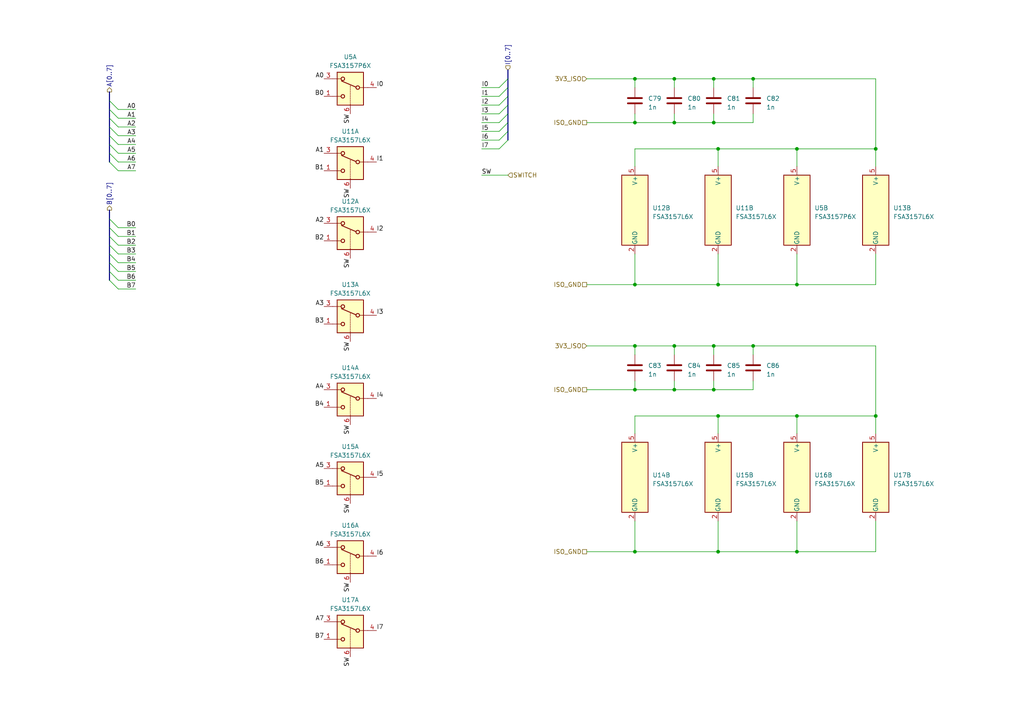
<source format=kicad_sch>
(kicad_sch (version 20230121) (generator eeschema)
  (paper "A4")
  (lib_symbols
    (symbol "Analog_Switch:FSA3157L6X" (pin_names (offset 0.127))
      (property "Reference" "U" (at -3.175 4.699 0))
      (property "Value" "FSA3157L6X" (at -3.175 2.921 0))
      (symbol "FSA3157L6X_1_1"
        (rectangle (start -3.81 1.905) (end 3.81 -7.62) (stroke (width 0.254)) (fill (type background)))
        (circle (center -2.159 -2.54) (radius 0.508) (stroke (width 0.254)))
        (polyline (pts (xy -5.08 -2.54) (xy -2.794 -2.54)))
        (polyline (pts (xy -1.651 -2.413) (xy 2.54 -0.635)) (stroke (width 0.254)))
        (polyline (pts (xy 0 -7.62) (xy 0 -7.112)))
        (polyline (pts (xy 0 -6.858) (xy 0 -6.604)))
        (polyline (pts (xy 0 -6.35) (xy 0 -6.096)))
        (polyline (pts (xy 0 -5.842) (xy 0 -5.588)))
        (polyline (pts (xy 0 -5.334) (xy 0 -5.08)))
        (polyline (pts (xy 0 -4.826) (xy 0 -4.572)))
        (polyline (pts (xy 0 -4.318) (xy 0 -4.064)))
        (polyline (pts (xy 0 -3.81) (xy 0 -3.556)))
        (polyline (pts (xy 0 -3.302) (xy 0 -3.048)))
        (polyline (pts (xy 0 -2.794) (xy 0 -2.54)))
        (polyline (pts (xy 0 -2.286) (xy 0 -2.032)))
        (polyline (pts (xy 0 -2.286) (xy 0 -2.032)))
        (polyline (pts (xy 5.08 -5.08) (xy 2.794 -5.08)))
        (polyline (pts (xy 5.08 0) (xy 2.794 0)))
        (circle (center 2.159 -5.08) (radius 0.508) (stroke (width 0.254)))
        (circle (center 2.159 0) (radius 0.508) (stroke (width 0.254)))
        (pin passive line (at 7.62 -5.08 180) (length 2.54) (name "~") (number "1"))
        (pin passive line (at 7.62 0 180) (length 2.54) (name "~") (number "3"))
        (pin passive line (at -7.62 -2.54 0) (length 2.54) (name "~") (number "4"))
        (pin input line (at 0 -10.16 90) (length 2.54) (name "~") (number "6"))
      )
      (symbol "FSA3157L6X_2_0"
        (pin power_in line (at 0 -12.7 90) (length 2.54) (name "GND") (number "2"))
        (pin power_in line (at 0 12.7 270) (length 2.54) (name "V+") (number "5"))
      )
      (symbol "FSA3157L6X_2_1"
        (rectangle (start -3.81 10.16) (end 3.81 -10.16) (stroke (width 0.254)) (fill (type background)))
      )
    )
    (symbol "Analog_Switch:FSA3157P6X" (pin_names (offset 0.127))
      (property "Reference" "U" (at -3.175 4.699 0))
      (property "Value" "FSA3157P6X" (at -3.175 2.921 0))
      (symbol "FSA3157P6X_1_1"
        (rectangle (start -3.81 1.905) (end 3.81 -7.62) (stroke (width 0.254)) (fill (type background)))
        (circle (center -2.159 -2.54) (radius 0.508) (stroke (width 0.254)))
        (polyline (pts (xy -5.08 -2.54) (xy -2.794 -2.54)))
        (polyline (pts (xy -1.651 -2.413) (xy 2.54 -0.635)) (stroke (width 0.254)))
        (polyline (pts (xy 0 -7.62) (xy 0 -7.112)))
        (polyline (pts (xy 0 -6.858) (xy 0 -6.604)))
        (polyline (pts (xy 0 -6.35) (xy 0 -6.096)))
        (polyline (pts (xy 0 -5.842) (xy 0 -5.588)))
        (polyline (pts (xy 0 -5.334) (xy 0 -5.08)))
        (polyline (pts (xy 0 -4.826) (xy 0 -4.572)))
        (polyline (pts (xy 0 -4.318) (xy 0 -4.064)))
        (polyline (pts (xy 0 -3.81) (xy 0 -3.556)))
        (polyline (pts (xy 0 -3.302) (xy 0 -3.048)))
        (polyline (pts (xy 0 -2.794) (xy 0 -2.54)))
        (polyline (pts (xy 0 -2.286) (xy 0 -2.032)))
        (polyline (pts (xy 0 -2.286) (xy 0 -2.032)))
        (polyline (pts (xy 5.08 -5.08) (xy 2.794 -5.08)))
        (polyline (pts (xy 5.08 0) (xy 2.794 0)))
        (circle (center 2.159 -5.08) (radius 0.508) (stroke (width 0.254)))
        (circle (center 2.159 0) (radius 0.508) (stroke (width 0.254)))
        (pin passive line (at 7.62 -5.08 180) (length 2.54) (name "~") (number "1"))
        (pin passive line (at 7.62 0 180) (length 2.54) (name "~") (number "3"))
        (pin passive line (at -7.62 -2.54 0) (length 2.54) (name "~") (number "4"))
        (pin input line (at 0 -10.16 90) (length 2.54) (name "~") (number "6"))
      )
      (symbol "FSA3157P6X_2_0"
        (pin power_in line (at 0 -12.7 90) (length 2.54) (name "GND") (number "2"))
        (pin power_in line (at 0 12.7 270) (length 2.54) (name "V+") (number "5"))
      )
      (symbol "FSA3157P6X_2_1"
        (rectangle (start -3.81 10.16) (end 3.81 -10.16) (stroke (width 0.254)) (fill (type background)))
      )
    )
    (symbol "Device:C" (pin_numbers hide) (pin_names (offset 0.254))
      (property "Reference" "C" (at 0.635 2.54 0))
      (property "Value" "C" (at 0.635 -2.54 0))
      (symbol "C_0_1"
        (polyline (pts (xy -2.032 -0.762) (xy 2.032 -0.762)) (stroke (width 0.508)))
        (polyline (pts (xy -2.032 0.762) (xy 2.032 0.762)) (stroke (width 0.508)))
      )
      (symbol "C_1_1"
        (pin passive line (at 0 3.81 270) (length 2.794) (name "~") (number "1"))
        (pin passive line (at 0 -3.81 90) (length 2.794) (name "~") (number "2"))
      )
    )
  )
  (junction (at 195.58 22.86))
  (junction (at 208.28 43.18))
  (junction (at 207.01 113.03))
  (junction (at 231.14 43.18))
  (junction (at 218.44 100.33))
  (junction (at 195.58 35.56))
  (junction (at 184.15 113.03))
  (junction (at 231.14 82.55))
  (junction (at 207.01 100.33))
  (junction (at 231.14 160.02))
  (junction (at 195.58 113.03))
  (junction (at 195.58 100.33))
  (junction (at 208.28 160.02))
  (junction (at 231.14 120.65))
  (junction (at 184.15 35.56))
  (junction (at 254 120.65))
  (junction (at 218.44 22.86))
  (junction (at 207.01 22.86))
  (junction (at 208.28 82.55))
  (junction (at 207.01 35.56))
  (junction (at 184.15 100.33))
  (junction (at 254 43.18))
  (junction (at 184.15 82.55))
  (junction (at 184.15 160.02))
  (junction (at 184.15 22.86))
  (junction (at 208.28 120.65))
  (bus_entry (at 34.29 46.99) (size -2.54 -2.54))
  (bus_entry (at 34.29 68.58) (size -2.54 -2.54))
  (bus_entry (at 144.78 33.02) (size 2.54 -2.54))
  (bus_entry (at 144.78 38.1) (size 2.54 -2.54))
  (bus_entry (at 34.29 36.83) (size -2.54 -2.54))
  (bus_entry (at 144.78 27.94) (size 2.54 -2.54))
  (bus_entry (at 34.29 39.37) (size -2.54 -2.54))
  (bus_entry (at 144.78 40.64) (size 2.54 -2.54))
  (bus_entry (at 34.29 34.29) (size -2.54 -2.54))
  (bus_entry (at 34.29 83.82) (size -2.54 -2.54))
  (bus_entry (at 34.29 49.53) (size -2.54 -2.54))
  (bus_entry (at 34.29 73.66) (size -2.54 -2.54))
  (bus_entry (at 34.29 44.45) (size -2.54 -2.54))
  (bus_entry (at 144.78 35.56) (size 2.54 -2.54))
  (bus_entry (at 34.29 81.28) (size -2.54 -2.54))
  (bus_entry (at 34.29 66.04) (size -2.54 -2.54))
  (bus_entry (at 34.29 31.75) (size -2.54 -2.54))
  (bus_entry (at 144.78 30.48) (size 2.54 -2.54))
  (bus_entry (at 34.29 78.74) (size -2.54 -2.54))
  (bus_entry (at 144.78 43.18) (size 2.54 -2.54))
  (bus_entry (at 144.78 25.4) (size 2.54 -2.54))
  (bus_entry (at 34.29 76.2) (size -2.54 -2.54))
  (bus_entry (at 34.29 71.12) (size -2.54 -2.54))
  (bus_entry (at 34.29 41.91) (size -2.54 -2.54))
  (wire (pts (xy 139.7 25.4) (xy 144.78 25.4)))
  (wire (pts (xy 139.7 50.8) (xy 147.32 50.8)))
  (wire (pts (xy 218.44 35.56) (xy 218.44 33.02)))
  (wire (pts (xy 184.15 113.03) (xy 184.15 110.49)))
  (wire (pts (xy 184.15 100.33) (xy 184.15 102.87)))
  (wire (pts (xy 231.14 43.18) (xy 231.14 48.26)))
  (wire (pts (xy 170.18 35.56) (xy 184.15 35.56)))
  (wire (pts (xy 39.37 44.45) (xy 34.29 44.45)))
  (bus (pts (xy 31.75 76.2) (xy 31.75 78.74)))
  (wire (pts (xy 208.28 151.13) (xy 208.28 160.02)))
  (bus (pts (xy 31.75 78.74) (xy 31.75 81.28)))
  (bus (pts (xy 31.75 41.91) (xy 31.75 44.45)))
  (wire (pts (xy 39.37 39.37) (xy 34.29 39.37)))
  (wire (pts (xy 208.28 43.18) (xy 208.28 48.26)))
  (bus (pts (xy 31.75 44.45) (xy 31.75 46.99)))
  (wire (pts (xy 207.01 22.86) (xy 218.44 22.86)))
  (wire (pts (xy 184.15 22.86) (xy 184.15 25.4)))
  (wire (pts (xy 39.37 49.53) (xy 34.29 49.53)))
  (bus (pts (xy 31.75 26.67) (xy 31.75 29.21)))
  (wire (pts (xy 39.37 46.99) (xy 34.29 46.99)))
  (bus (pts (xy 147.32 25.4) (xy 147.32 27.94)))
  (wire (pts (xy 254 43.18) (xy 231.14 43.18)))
  (wire (pts (xy 170.18 113.03) (xy 184.15 113.03)))
  (wire (pts (xy 139.7 35.56) (xy 144.78 35.56)))
  (wire (pts (xy 39.37 68.58) (xy 34.29 68.58)))
  (wire (pts (xy 170.18 160.02) (xy 184.15 160.02)))
  (wire (pts (xy 254 82.55) (xy 231.14 82.55)))
  (wire (pts (xy 139.7 30.48) (xy 144.78 30.48)))
  (wire (pts (xy 184.15 120.65) (xy 184.15 125.73)))
  (wire (pts (xy 207.01 35.56) (xy 207.01 33.02)))
  (wire (pts (xy 195.58 100.33) (xy 195.58 102.87)))
  (bus (pts (xy 31.75 73.66) (xy 31.75 76.2)))
  (wire (pts (xy 39.37 31.75) (xy 34.29 31.75)))
  (wire (pts (xy 139.7 40.64) (xy 144.78 40.64)))
  (wire (pts (xy 207.01 100.33) (xy 207.01 102.87)))
  (bus (pts (xy 147.32 27.94) (xy 147.32 30.48)))
  (wire (pts (xy 195.58 22.86) (xy 207.01 22.86)))
  (bus (pts (xy 147.32 33.02) (xy 147.32 35.56)))
  (wire (pts (xy 184.15 113.03) (xy 195.58 113.03)))
  (wire (pts (xy 139.7 38.1) (xy 144.78 38.1)))
  (wire (pts (xy 195.58 113.03) (xy 207.01 113.03)))
  (wire (pts (xy 195.58 35.56) (xy 195.58 33.02)))
  (wire (pts (xy 184.15 82.55) (xy 208.28 82.55)))
  (wire (pts (xy 208.28 120.65) (xy 184.15 120.65)))
  (wire (pts (xy 139.7 33.02) (xy 144.78 33.02)))
  (wire (pts (xy 195.58 35.56) (xy 207.01 35.56)))
  (wire (pts (xy 231.14 151.13) (xy 231.14 160.02)))
  (wire (pts (xy 139.7 27.94) (xy 144.78 27.94)))
  (wire (pts (xy 39.37 66.04) (xy 34.29 66.04)))
  (bus (pts (xy 31.75 36.83) (xy 31.75 39.37)))
  (wire (pts (xy 254 120.65) (xy 231.14 120.65)))
  (wire (pts (xy 207.01 100.33) (xy 218.44 100.33)))
  (wire (pts (xy 231.14 73.66) (xy 231.14 82.55)))
  (wire (pts (xy 184.15 160.02) (xy 208.28 160.02)))
  (wire (pts (xy 184.15 35.56) (xy 184.15 33.02)))
  (wire (pts (xy 195.58 113.03) (xy 195.58 110.49)))
  (wire (pts (xy 254 100.33) (xy 254 120.65)))
  (bus (pts (xy 147.32 38.1) (xy 147.32 40.64)))
  (bus (pts (xy 31.75 71.12) (xy 31.75 73.66)))
  (wire (pts (xy 195.58 100.33) (xy 207.01 100.33)))
  (bus (pts (xy 147.32 20.32) (xy 147.32 22.86)))
  (wire (pts (xy 218.44 100.33) (xy 218.44 102.87)))
  (wire (pts (xy 39.37 76.2) (xy 34.29 76.2)))
  (wire (pts (xy 231.14 43.18) (xy 208.28 43.18)))
  (wire (pts (xy 208.28 43.18) (xy 184.15 43.18)))
  (wire (pts (xy 184.15 22.86) (xy 195.58 22.86)))
  (wire (pts (xy 218.44 100.33) (xy 254 100.33)))
  (wire (pts (xy 231.14 120.65) (xy 231.14 125.73)))
  (wire (pts (xy 254 120.65) (xy 254 125.73)))
  (bus (pts (xy 31.75 66.04) (xy 31.75 68.58)))
  (wire (pts (xy 207.01 35.56) (xy 218.44 35.56)))
  (wire (pts (xy 139.7 43.18) (xy 144.78 43.18)))
  (wire (pts (xy 184.15 151.13) (xy 184.15 160.02)))
  (wire (pts (xy 39.37 34.29) (xy 34.29 34.29)))
  (wire (pts (xy 184.15 43.18) (xy 184.15 48.26)))
  (bus (pts (xy 31.75 68.58) (xy 31.75 71.12)))
  (bus (pts (xy 31.75 31.75) (xy 31.75 34.29)))
  (wire (pts (xy 170.18 82.55) (xy 184.15 82.55)))
  (wire (pts (xy 218.44 22.86) (xy 254 22.86)))
  (wire (pts (xy 39.37 36.83) (xy 34.29 36.83)))
  (wire (pts (xy 208.28 120.65) (xy 208.28 125.73)))
  (wire (pts (xy 39.37 81.28) (xy 34.29 81.28)))
  (wire (pts (xy 195.58 22.86) (xy 195.58 25.4)))
  (wire (pts (xy 39.37 78.74) (xy 34.29 78.74)))
  (wire (pts (xy 208.28 73.66) (xy 208.28 82.55)))
  (wire (pts (xy 39.37 41.91) (xy 34.29 41.91)))
  (bus (pts (xy 31.75 60.96) (xy 31.75 63.5)))
  (wire (pts (xy 254 160.02) (xy 231.14 160.02)))
  (wire (pts (xy 39.37 83.82) (xy 34.29 83.82)))
  (wire (pts (xy 170.18 100.33) (xy 184.15 100.33)))
  (bus (pts (xy 31.75 34.29) (xy 31.75 36.83)))
  (wire (pts (xy 254 22.86) (xy 254 43.18)))
  (bus (pts (xy 31.75 29.21) (xy 31.75 31.75)))
  (bus (pts (xy 147.32 30.48) (xy 147.32 33.02)))
  (wire (pts (xy 218.44 113.03) (xy 218.44 110.49)))
  (wire (pts (xy 231.14 120.65) (xy 208.28 120.65)))
  (wire (pts (xy 218.44 22.86) (xy 218.44 25.4)))
  (wire (pts (xy 254 43.18) (xy 254 48.26)))
  (wire (pts (xy 39.37 73.66) (xy 34.29 73.66)))
  (bus (pts (xy 31.75 63.5) (xy 31.75 66.04)))
  (wire (pts (xy 231.14 160.02) (xy 208.28 160.02)))
  (wire (pts (xy 207.01 113.03) (xy 207.01 110.49)))
  (bus (pts (xy 31.75 39.37) (xy 31.75 41.91)))
  (bus (pts (xy 147.32 22.86) (xy 147.32 25.4)))
  (wire (pts (xy 39.37 71.12) (xy 34.29 71.12)))
  (bus (pts (xy 147.32 35.56) (xy 147.32 38.1)))
  (wire (pts (xy 254 73.66) (xy 254 82.55)))
  (wire (pts (xy 184.15 35.56) (xy 195.58 35.56)))
  (wire (pts (xy 254 151.13) (xy 254 160.02)))
  (wire (pts (xy 184.15 100.33) (xy 195.58 100.33)))
  (wire (pts (xy 207.01 113.03) (xy 218.44 113.03)))
  (wire (pts (xy 231.14 82.55) (xy 208.28 82.55)))
  (wire (pts (xy 170.18 22.86) (xy 184.15 22.86)))
  (wire (pts (xy 207.01 22.86) (xy 207.01 25.4)))
  (wire (pts (xy 184.15 73.66) (xy 184.15 82.55)))
  (label "I1" (at 109.22 46.99 0))
  (label "A4" (at 93.98 113.03 180))
  (label "A5" (at 39.37 44.45 180))
  (label "B4" (at 93.98 118.11 180))
  (label "A0" (at 39.37 31.75 180))
  (label "A1" (at 39.37 34.29 180))
  (label "SW" (at 101.6 74.93 270))
  (label "SW" (at 101.6 168.91 270))
  (label "B5" (at 39.37 78.74 180))
  (label "B1" (at 39.37 68.58 180))
  (label "B6" (at 93.98 163.83 180))
  (label "I7" (at 109.22 182.88 0))
  (label "I5" (at 139.7 38.1 0))
  (label "B7" (at 39.37 83.82 180))
  (label "SW" (at 101.6 190.5 270))
  (label "A7" (at 39.37 49.53 180))
  (label "B2" (at 93.98 69.85 180))
  (label "I7" (at 139.7 43.18 0))
  (label "A0" (at 93.98 22.86 180))
  (label "I6" (at 109.22 161.29 0))
  (label "B7" (at 93.98 185.42 180))
  (label "A5" (at 93.98 135.89 180))
  (label "I5" (at 109.22 138.43 0))
  (label "B3" (at 39.37 73.66 180))
  (label "A2" (at 93.98 64.77 180))
  (label "SW" (at 139.7 50.8 0))
  (label "A2" (at 39.37 36.83 180))
  (label "SW" (at 101.6 99.06 270))
  (label "A3" (at 39.37 39.37 180))
  (label "SW" (at 101.6 33.02 270))
  (label "A6" (at 39.37 46.99 180))
  (label "A1" (at 93.98 44.45 180))
  (label "B6" (at 39.37 81.28 180))
  (label "SW" (at 101.6 123.19 270))
  (label "I4" (at 109.22 115.57 0))
  (label "SW" (at 101.6 146.05 270))
  (label "B0" (at 39.37 66.04 180))
  (label "I2" (at 139.7 30.48 0))
  (label "B2" (at 39.37 71.12 180))
  (label "B1" (at 93.98 49.53 180))
  (label "I6" (at 139.7 40.64 0))
  (label "B0" (at 93.98 27.94 180))
  (label "I1" (at 139.7 27.94 0))
  (label "I0" (at 139.7 25.4 0))
  (label "I2" (at 109.22 67.31 0))
  (label "I0" (at 109.22 25.4 0))
  (label "A4" (at 39.37 41.91 180))
  (label "I4" (at 139.7 35.56 0))
  (label "B4" (at 39.37 76.2 180))
  (label "I3" (at 139.7 33.02 0))
  (label "I3" (at 109.22 91.44 0))
  (label "A3" (at 93.98 88.9 180))
  (label "A6" (at 93.98 158.75 180))
  (label "B5" (at 93.98 140.97 180))
  (label "SW" (at 101.6 54.61 270))
  (label "A7" (at 93.98 180.34 180))
  (label "B3" (at 93.98 93.98 180))
  (hierarchical_label "I[0..7]" (shape input) (at 147.32 20.32 90))
  (hierarchical_label "SWITCH" (shape input) (at 147.32 50.8 0))
  (hierarchical_label "A[0..7]" (shape output) (at 31.75 26.67 90))
  (hierarchical_label "ISO_GND" (shape passive) (at 170.18 82.55 180))
  (hierarchical_label "ISO_GND" (shape passive) (at 170.18 160.02 180))
  (hierarchical_label "ISO_GND" (shape passive) (at 170.18 35.56 180))
  (hierarchical_label "3V3_ISO" (shape input) (at 170.18 100.33 180))
  (hierarchical_label "ISO_GND" (shape passive) (at 170.18 113.03 180))
  (hierarchical_label "3V3_ISO" (shape input) (at 170.18 22.86 180))
  (hierarchical_label "B[0..7]" (shape output) (at 31.75 60.96 90))
  (symbol (lib_id "Device:C") (at 218.44 106.68 0) (unit 1)
    (property "Reference" "C86" (at 222.25 106.045 0) (effects (justify left)))
    (property "Value" "1n" (at 222.25 108.585 0) (effects (justify left)))
  )
  (symbol (lib_id "Analog_Switch:FSA3157L6X") (at 101.6 135.89 0) (mirror y) (unit 1)
    (property "Reference" "U15" (at 101.6 129.54 0))
    (property "Value" "FSA3157L6X" (at 101.6 132.08 0))
    (property "Footprint" "Package_SON:Fairchild_MicroPak-6_1.0x1.45mm_P0.5mm" (effects hide))
    (property "Datasheet" "https://www.onsemi.com/pub/Collateral/NC7SB3157-D.PDF" (effects hide))
  )
  (symbol (lib_id "Analog_Switch:FSA3157P6X") (at 101.6 22.86 0) (mirror y) (unit 1)
    (property "Reference" "U5" (at 101.6 16.51 0))
    (property "Value" "FSA3157P6X" (at 101.6 19.05 0))
    (property "Footprint" "Package_TO_SOT_SMD:SOT-363_SC-70-6" (effects hide))
    (property "Datasheet" "https://www.onsemi.com/pub/Collateral/NC7SB3157-D.PDF" (effects hide))
  )
  (symbol (lib_id "Analog_Switch:FSA3157L6X") (at 101.6 64.77 0) (mirror y) (unit 1)
    (property "Reference" "U12" (at 101.6 58.42 0))
    (property "Value" "FSA3157L6X" (at 101.6 60.96 0))
    (property "Footprint" "Package_SON:Fairchild_MicroPak-6_1.0x1.45mm_P0.5mm" (effects hide))
    (property "Datasheet" "https://www.onsemi.com/pub/Collateral/NC7SB3157-D.PDF" (effects hide))
  )
  (symbol (lib_id "Analog_Switch:FSA3157L6X") (at 184.15 60.96 0) (mirror y) (unit 2)
    (property "Reference" "U12" (at 189.23 60.325 0) (effects (justify right)))
    (property "Value" "FSA3157L6X" (at 189.23 62.865 0) (effects (justify right)))
    (property "Footprint" "Package_SON:Fairchild_MicroPak-6_1.0x1.45mm_P0.5mm" (effects hide))
    (property "Datasheet" "https://www.onsemi.com/pub/Collateral/NC7SB3157-D.PDF" (effects hide))
  )
  (symbol (lib_id "Device:C") (at 207.01 29.21 0) (unit 1)
    (property "Reference" "C81" (at 210.82 28.575 0) (effects (justify left)))
    (property "Value" "1n" (at 210.82 31.115 0) (effects (justify left)))
  )
  (symbol (lib_id "Analog_Switch:FSA3157L6X") (at 101.6 44.45 0) (mirror y) (unit 1)
    (property "Reference" "U11" (at 101.6 38.1 0))
    (property "Value" "FSA3157L6X" (at 101.6 40.64 0))
    (property "Footprint" "Package_SON:Fairchild_MicroPak-6_1.0x1.45mm_P0.5mm" (effects hide))
    (property "Datasheet" "https://www.onsemi.com/pub/Collateral/NC7SB3157-D.PDF" (effects hide))
  )
  (symbol (lib_id "Analog_Switch:FSA3157L6X") (at 208.28 60.96 0) (unit 2)
    (property "Reference" "U11" (at 213.36 60.325 0) (effects (justify left)))
    (property "Value" "FSA3157L6X" (at 213.36 62.865 0) (effects (justify left)))
    (property "Footprint" "Package_SON:Fairchild_MicroPak-6_1.0x1.45mm_P0.5mm" (effects hide))
    (property "Datasheet" "https://www.onsemi.com/pub/Collateral/NC7SB3157-D.PDF" (effects hide))
  )
  (symbol (lib_id "Device:C") (at 195.58 106.68 0) (unit 1)
    (property "Reference" "C84" (at 199.39 106.045 0) (effects (justify left)))
    (property "Value" "1n" (at 199.39 108.585 0) (effects (justify left)))
  )
  (symbol (lib_id "Device:C") (at 184.15 106.68 0) (unit 1)
    (property "Reference" "C83" (at 187.96 106.045 0) (effects (justify left)))
    (property "Value" "1n" (at 187.96 108.585 0) (effects (justify left)))
  )
  (symbol (lib_id "Analog_Switch:FSA3157P6X") (at 231.14 60.96 0) (mirror y) (unit 2)
    (property "Reference" "U5" (at 236.22 60.325 0) (effects (justify right)))
    (property "Value" "FSA3157P6X" (at 236.22 62.865 0) (effects (justify right)))
    (property "Footprint" "Package_TO_SOT_SMD:SOT-363_SC-70-6" (effects hide))
    (property "Datasheet" "https://www.onsemi.com/pub/Collateral/NC7SB3157-D.PDF" (effects hide))
  )
  (symbol (lib_id "Device:C") (at 207.01 106.68 0) (unit 1)
    (property "Reference" "C85" (at 210.82 106.045 0) (effects (justify left)))
    (property "Value" "1n" (at 210.82 108.585 0) (effects (justify left)))
  )
  (symbol (lib_id "Device:C") (at 218.44 29.21 0) (unit 1)
    (property "Reference" "C82" (at 222.25 28.575 0) (effects (justify left)))
    (property "Value" "1n" (at 222.25 31.115 0) (effects (justify left)))
  )
  (symbol (lib_id "Analog_Switch:FSA3157L6X") (at 184.15 138.43 0) (unit 2)
    (property "Reference" "U14" (at 189.23 137.795 0) (effects (justify left)))
    (property "Value" "FSA3157L6X" (at 189.23 140.335 0) (effects (justify left)))
    (property "Footprint" "Package_SON:Fairchild_MicroPak-6_1.0x1.45mm_P0.5mm" (effects hide))
    (property "Datasheet" "https://www.onsemi.com/pub/Collateral/NC7SB3157-D.PDF" (effects hide))
  )
  (symbol (lib_id "Analog_Switch:FSA3157L6X") (at 231.14 138.43 0) (unit 2)
    (property "Reference" "U16" (at 236.22 137.795 0) (effects (justify left)))
    (property "Value" "FSA3157L6X" (at 236.22 140.335 0) (effects (justify left)))
    (property "Footprint" "Package_SON:Fairchild_MicroPak-6_1.0x1.45mm_P0.5mm" (effects hide))
    (property "Datasheet" "https://www.onsemi.com/pub/Collateral/NC7SB3157-D.PDF" (effects hide))
  )
  (symbol (lib_id "Analog_Switch:FSA3157L6X") (at 101.6 158.75 0) (mirror y) (unit 1)
    (property "Reference" "U16" (at 101.6 152.4 0))
    (property "Value" "FSA3157L6X" (at 101.6 154.94 0))
    (property "Footprint" "Package_SON:Fairchild_MicroPak-6_1.0x1.45mm_P0.5mm" (effects hide))
    (property "Datasheet" "https://www.onsemi.com/pub/Collateral/NC7SB3157-D.PDF" (effects hide))
  )
  (symbol (lib_id "Analog_Switch:FSA3157L6X") (at 101.6 113.03 0) (mirror y) (unit 1)
    (property "Reference" "U14" (at 101.6 106.68 0))
    (property "Value" "FSA3157L6X" (at 101.6 109.22 0))
    (property "Footprint" "Package_SON:Fairchild_MicroPak-6_1.0x1.45mm_P0.5mm" (effects hide))
    (property "Datasheet" "https://www.onsemi.com/pub/Collateral/NC7SB3157-D.PDF" (effects hide))
  )
  (symbol (lib_id "Device:C") (at 184.15 29.21 0) (unit 1)
    (property "Reference" "C79" (at 187.96 28.575 0) (effects (justify left)))
    (property "Value" "1n" (at 187.96 31.115 0) (effects (justify left)))
  )
  (symbol (lib_id "Analog_Switch:FSA3157L6X") (at 254 60.96 0) (unit 2)
    (property "Reference" "U13" (at 259.08 60.325 0) (effects (justify left)))
    (property "Value" "FSA3157L6X" (at 259.08 62.865 0) (effects (justify left)))
    (property "Footprint" "Package_SON:Fairchild_MicroPak-6_1.0x1.45mm_P0.5mm" (effects hide))
    (property "Datasheet" "https://www.onsemi.com/pub/Collateral/NC7SB3157-D.PDF" (effects hide))
  )
  (symbol (lib_id "Analog_Switch:FSA3157L6X") (at 101.6 88.9 0) (mirror y) (unit 1)
    (property "Reference" "U13" (at 101.6 82.55 0))
    (property "Value" "FSA3157L6X" (at 101.6 85.09 0))
    (property "Footprint" "Package_SON:Fairchild_MicroPak-6_1.0x1.45mm_P0.5mm" (effects hide))
    (property "Datasheet" "https://www.onsemi.com/pub/Collateral/NC7SB3157-D.PDF" (effects hide))
  )
  (symbol (lib_id "Device:C") (at 195.58 29.21 0) (unit 1)
    (property "Reference" "C80" (at 199.39 28.575 0) (effects (justify left)))
    (property "Value" "1n" (at 199.39 31.115 0) (effects (justify left)))
  )
  (symbol (lib_id "Analog_Switch:FSA3157L6X") (at 254 138.43 0) (unit 2)
    (property "Reference" "U17" (at 259.08 137.795 0) (effects (justify left)))
    (property "Value" "FSA3157L6X" (at 259.08 140.335 0) (effects (justify left)))
    (property "Footprint" "Package_SON:Fairchild_MicroPak-6_1.0x1.45mm_P0.5mm" (effects hide))
    (property "Datasheet" "https://www.onsemi.com/pub/Collateral/NC7SB3157-D.PDF" (effects hide))
  )
  (symbol (lib_id "Analog_Switch:FSA3157L6X") (at 101.6 180.34 0) (mirror y) (unit 1)
    (property "Reference" "U17" (at 101.6 173.99 0))
    (property "Value" "FSA3157L6X" (at 101.6 176.53 0))
    (property "Footprint" "Package_SON:Fairchild_MicroPak-6_1.0x1.45mm_P0.5mm" (effects hide))
    (property "Datasheet" "https://www.onsemi.com/pub/Collateral/NC7SB3157-D.PDF" (effects hide))
  )
  (symbol (lib_id "Analog_Switch:FSA3157L6X") (at 208.28 138.43 0) (unit 2)
    (property "Reference" "U15" (at 213.36 137.795 0) (effects (justify left)))
    (property "Value" "FSA3157L6X" (at 213.36 140.335 0) (effects (justify left)))
    (property "Footprint" "Package_SON:Fairchild_MicroPak-6_1.0x1.45mm_P0.5mm" (effects hide))
    (property "Datasheet" "https://www.onsemi.com/pub/Collateral/NC7SB3157-D.PDF" (effects hide))
  )
)
</source>
